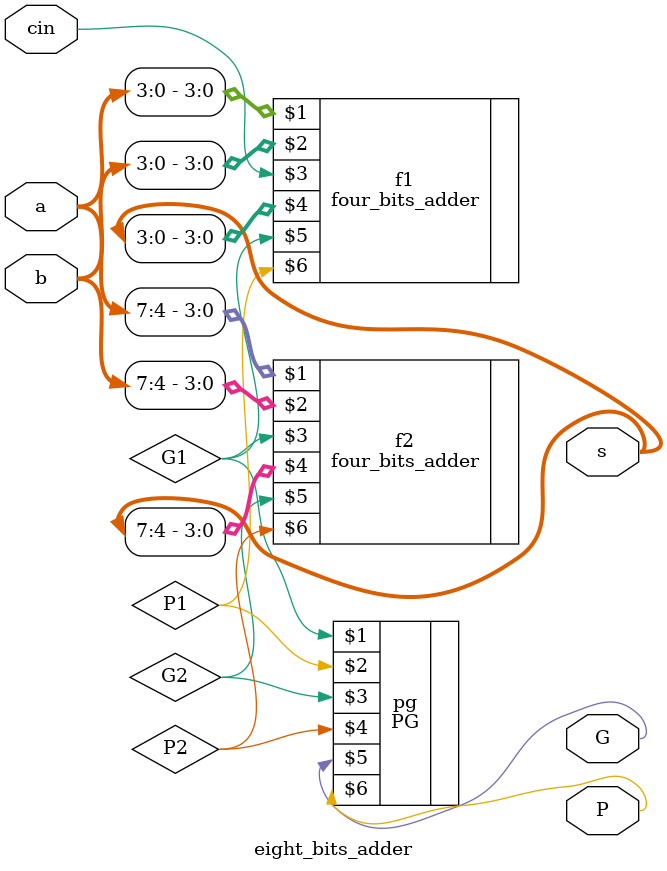
<source format=v>
`timescale 1ns / 1ps


module eight_bits_adder(
    input [7:0] a,
    input [7:0] b,
    input cin,
    output [7:0] s,
    output G,
    output P
    );
    
    wire G1,P1,G2,P2;
    
    four_bits_adder f1 (a[3:0],b[3:0],cin,s[3:0],G1,P1);
    four_bits_adder f2 (a[7:4],b[7:4],G1,s[7:4],G2,P2);
    
    PG pg (G1,P1,G2,P2,G,P);
        
endmodule

</source>
